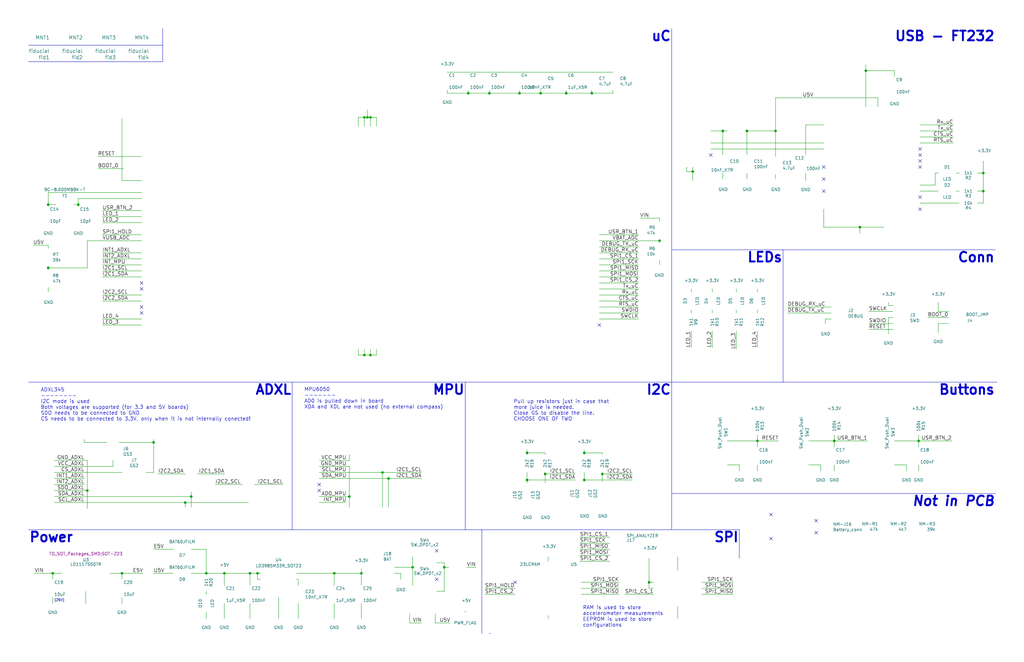
<source format=kicad_sch>
(kicad_sch (version 20230121) (generator eeschema)
  (paper "User" 431.8 279.4)
  (title_block (date "2017-08-16") (comment 1 "Fernando Cladera") (comment 2 "PCB Acelerómetro - Mat. Av."))
  (junction (at 20.32 86.36))
  (junction (at 161.29 199.39))
  (junction (at 304.8 55.245))
  (junction (at 222.25 191.135))
  (junction (at 51.435 241.935))
  (junction (at 414.655 73.025))
  (junction (at 351.79 186.055))
  (junction (at 86.995 241.935))
  (junction (at 108.585 241.935))
  (junction (at 153.67 149.86))
  (junction (at 387.35 186.055))
  (junction (at 227.965 39.37))
  (junction (at 362.585 95.885))
  (junction (at 365.125 29.845))
  (junction (at 314.96 55.245))
  (junction (at 94.615 241.935))
  (junction (at 238.76 39.37))
  (junction (at 206.375 39.37))
  (junction (at 229.87 200.025))
  (junction (at 22.225 241.935))
  (junction (at 64.77 186.69))
  (junction (at 20.32 113.03))
  (junction (at 33.02 86.36))
  (junction (at 278.13 101.6))
  (junction (at 36.83 207.01))
  (junction (at 292.1 72.39))
  (junction (at 78.105 212.09))
  (junction (at 80.645 209.55))
  (junction (at 219.075 39.37))
  (junction (at 327.025 55.245))
  (junction (at 273.685 245.745))
  (junction (at 152.4 241.935))
  (junction (at 156.21 49.53))
  (junction (at 173.99 239.395))
  (junction (at 414.655 80.645))
  (junction (at 254 200.025))
  (junction (at 154.94 49.53))
  (junction (at 105.41 241.935))
  (junction (at 197.485 39.37))
  (junction (at 222.25 202.565))
  (junction (at 246.38 202.565))
  (junction (at 140.97 241.935))
  (junction (at 187.325 239.395))
  (junction (at 319.405 186.055))
  (junction (at 249.555 39.37))
  (junction (at 156.21 149.86))
  (junction (at 163.83 201.93))
  (junction (at 147.32 209.55))
  (junction (at 153.67 49.53))
  (junction (at 246.38 191.135))
  (no_connect (at 387.985 67.945))
  (no_connect (at 59.69 119.38))
  (no_connect (at 252.73 137.16))
  (no_connect (at 59.69 121.92))
  (no_connect (at 134.62 207.01))
  (no_connect (at 184.15 244.475))
  (no_connect (at 217.17 245.745))
  (no_connect (at 387.985 88.265))
  (no_connect (at 387.985 70.485))
  (no_connect (at 325.12 227.33))
  (no_connect (at 347.345 70.485))
  (no_connect (at 325.12 217.17))
  (no_connect (at 344.17 224.79))
  (no_connect (at 344.17 219.71))
  (no_connect (at 184.15 232.41))
  (no_connect (at 299.72 65.405))
  (no_connect (at 347.345 75.565))
  (no_connect (at 347.345 80.645))
  (no_connect (at 387.985 62.865))
  (no_connect (at 387.985 83.185))
  (no_connect (at 134.62 204.47))
  (no_connect (at 59.69 132.08))
  (no_connect (at 59.69 129.54))
  (no_connect (at 387.985 65.405))
  (wire (pts (xy 78.105 200.025) (xy 66.675 200.025)))
  (wire (pts (xy 183.515 262.89) (xy 183.515 259.08)))
  (wire (pts (xy 403.225 80.645) (xy 404.495 80.645)))
  (wire (pts (xy 278.13 111.76) (xy 278.13 109.855)))
  (wire (pts (xy 395.605 140.335) (xy 395.605 136.525)))
  (wire (pts (xy 152.4 240.03) (xy 152.4 241.935)))
  (wire (pts (xy 269.24 111.76) (xy 252.73 111.76)))
  (wire (pts (xy 269.24 114.3) (xy 252.73 114.3)))
  (wire (pts (xy 154.94 49.53) (xy 154.94 46.355)))
  (wire (pts (xy 22.86 204.47) (xy 35.56 204.47)))
  (wire (pts (xy 414.655 73.025) (xy 414.655 80.645)))
  (wire (pts (xy 59.69 134.62) (xy 43.18 134.62)))
  (wire (pts (xy 289.56 70.485) (xy 289.56 72.39)))
  (wire (pts (xy 377.19 29.845) (xy 365.125 29.845)))
  (wire (pts (xy 172.72 262.89) (xy 172.72 259.08)))
  (wire (pts (xy 362.585 95.885) (xy 362.585 98.425)))
  (wire (pts (xy 22.86 201.93) (xy 35.56 201.93)))
  (wire (pts (xy 94.615 241.935) (xy 105.41 241.935)))
  (wire (pts (xy 108.585 241.935) (xy 108.585 244.475)))
  (wire (pts (xy 387.35 183.515) (xy 387.35 186.055)))
  (wire (pts (xy 400.05 131.445) (xy 395.605 131.445)))
  (wire (pts (xy 252.73 121.92) (xy 269.24 121.92)))
  (wire (pts (xy 347.345 95.885) (xy 362.585 95.885)))
  (wire (pts (xy 59.69 127) (xy 43.18 127)))
  (wire (pts (xy 229.87 200.025) (xy 242.57 200.025)))
  (wire (pts (xy 327.025 55.245) (xy 327.025 66.04)))
  (wire (pts (xy 94.615 260.985) (xy 94.615 254.635)))
  (wire (pts (xy 146.05 212.09) (xy 134.62 212.09)))
  (wire (pts (xy 319.405 132.08) (xy 319.405 130.81)))
  (wire (pts (xy 377.19 186.055) (xy 387.35 186.055)))
  (wire (pts (xy 158.75 49.53) (xy 158.75 53.34)))
  (wire (pts (xy 47.625 196.85) (xy 47.625 194.31)))
  (wire (pts (xy 51.435 241.935) (xy 60.325 241.935)))
  (wire (pts (xy 222.25 202.565) (xy 222.25 203.835)))
  (wire (pts (xy 86.995 258.445) (xy 86.995 260.985)))
  (wire (pts (xy 299.72 60.325) (xy 347.345 60.325)))
  (wire (pts (xy 20.32 112.395) (xy 20.32 113.03)))
  (wire (pts (xy 151.13 149.86) (xy 151.13 147.32)))
  (wire (pts (xy 278.13 92.075) (xy 278.13 93.345)))
  (wire (pts (xy 387.985 60.325) (xy 401.955 60.325)))
  (polyline (pts (xy 12.065 161.29) (xy 420.37 161.29)))
  (wire (pts (xy 222.25 191.135) (xy 229.87 191.135)))
  (wire (pts (xy 278.13 100.965) (xy 278.13 101.6)))
  (wire (pts (xy 161.29 213.995) (xy 161.29 199.39)))
  (wire (pts (xy 246.38 191.135) (xy 246.38 191.77)))
  (wire (pts (xy 252.73 104.14) (xy 269.24 104.14)))
  (wire (pts (xy 401.955 57.785) (xy 387.985 57.785)))
  (wire (pts (xy 414.655 67.945) (xy 414.655 73.025)))
  (wire (pts (xy 365.125 29.845) (xy 365.125 45.085)))
  (wire (pts (xy 125.095 244.475) (xy 125.73 244.475)))
  (wire (pts (xy 166.37 241.935) (xy 168.91 241.935)))
  (wire (pts (xy 252.73 106.68) (xy 269.24 106.68)))
  (wire (pts (xy 20.32 123.19) (xy 20.32 121.285)))
  (wire (pts (xy 151.13 49.53) (xy 153.67 49.53)))
  (wire (pts (xy 319.405 183.515) (xy 319.405 186.055)))
  (wire (pts (xy 22.86 207.01) (xy 36.83 207.01)))
  (wire (pts (xy 374.65 133.985) (xy 376.555 133.985)))
  (wire (pts (xy 362.585 95.885) (xy 372.745 95.885)))
  (wire (pts (xy 387.985 80.645) (xy 395.605 80.645)))
  (wire (pts (xy 152.4 241.935) (xy 152.4 247.015)))
  (wire (pts (xy 187.325 249.555) (xy 184.15 249.555)))
  (wire (pts (xy 327.025 41.275) (xy 327.025 55.245)))
  (wire (pts (xy 20.32 113.03) (xy 20.32 113.665)))
  (wire (pts (xy 376.555 131.445) (xy 366.395 131.445)))
  (wire (pts (xy 244.475 236.855) (xy 257.175 236.855)))
  (wire (pts (xy 350.52 129.54) (xy 332.105 129.54)))
  (wire (pts (xy 156.21 149.86) (xy 158.75 149.86)))
  (wire (pts (xy 188.595 30.48) (xy 258.445 30.48)))
  (wire (pts (xy 177.8 262.89) (xy 172.72 262.89)))
  (wire (pts (xy 125.73 244.475) (xy 125.73 247.015)))
  (wire (pts (xy 300.355 130.81) (xy 300.355 132.08)))
  (wire (pts (xy 295.91 248.285) (xy 309.245 248.285)))
  (wire (pts (xy 314.325 55.245) (xy 314.96 55.245)))
  (wire (pts (xy 153.67 49.53) (xy 154.94 49.53)))
  (wire (pts (xy 231.14 260.985) (xy 231.14 259.715)))
  (wire (pts (xy 387.985 52.705) (xy 401.955 52.705)))
  (wire (pts (xy 36.83 113.03) (xy 20.32 113.03)))
  (wire (pts (xy 153.67 147.32) (xy 153.67 149.86)))
  (wire (pts (xy 244.475 226.695) (xy 257.175 226.695)))
  (wire (pts (xy 311.785 198.755) (xy 311.785 196.215)))
  (wire (pts (xy 252.73 109.22) (xy 269.24 109.22)))
  (wire (pts (xy 291.465 121.92) (xy 291.465 123.19)))
  (wire (pts (xy 394.335 73.025) (xy 395.605 73.025)))
  (wire (pts (xy 339.725 76.2) (xy 339.725 73.025)))
  (wire (pts (xy 414.655 85.725) (xy 412.115 85.725)))
  (wire (pts (xy 173.99 239.395) (xy 173.99 247.015)))
  (wire (pts (xy 245.11 245.745) (xy 260.985 245.745)))
  (wire (pts (xy 387.985 78.105) (xy 394.335 78.105)))
  (wire (pts (xy 285.75 255.905) (xy 285.75 260.985)))
  (wire (pts (xy 158.75 149.86) (xy 158.75 147.32)))
  (wire (pts (xy 319.405 186.055) (xy 319.405 188.595)))
  (wire (pts (xy 94.615 200.025) (xy 83.185 200.025)))
  (wire (pts (xy 292.1 72.39) (xy 292.1 76.2)))
  (wire (pts (xy 351.79 198.755) (xy 351.79 196.215)))
  (wire (pts (xy 219.075 39.37) (xy 227.965 39.37)))
  (wire (pts (xy 222.25 191.135) (xy 222.25 191.77)))
  (wire (pts (xy 134.62 199.39) (xy 161.29 199.39)))
  (wire (pts (xy 252.73 101.6) (xy 278.13 101.6)))
  (polyline (pts (xy 123.19 161.29) (xy 123.19 223.52)))
  (wire (pts (xy 36.83 207.01) (xy 36.83 214.63)))
  (wire (pts (xy 319.405 186.055) (xy 328.295 186.055)))
  (wire (pts (xy 395.605 131.445) (xy 395.605 127.635)))
  (wire (pts (xy 134.62 209.55) (xy 147.32 209.55)))
  (wire (pts (xy 254 200.025) (xy 266.7 200.025)))
  (wire (pts (xy 22.86 212.09) (xy 78.105 212.09)))
  (wire (pts (xy 206.375 39.37) (xy 206.375 38.1)))
  (wire (pts (xy 310.515 130.81) (xy 310.515 132.08)))
  (wire (pts (xy 414.655 80.645) (xy 412.115 80.645)))
  (wire (pts (xy 304.8 55.245) (xy 306.705 55.245)))
  (wire (pts (xy 43.18 99.06) (xy 59.69 99.06)))
  (wire (pts (xy 252.73 129.54) (xy 269.24 129.54)))
  (wire (pts (xy 292.1 70.485) (xy 292.1 72.39)))
  (wire (pts (xy 291.465 132.08) (xy 291.465 130.81)))
  (wire (pts (xy 134.62 194.31) (xy 147.32 194.31)))
  (wire (pts (xy 59.69 88.9) (xy 43.18 88.9)))
  (wire (pts (xy 244.475 229.235) (xy 257.175 229.235)))
  (wire (pts (xy 59.69 111.76) (xy 43.18 111.76)))
  (wire (pts (xy 249.555 39.37) (xy 249.555 38.1)))
  (wire (pts (xy 376.555 136.525) (xy 366.395 136.525)))
  (wire (pts (xy 403.225 73.025) (xy 404.495 73.025)))
  (wire (pts (xy 187.325 239.395) (xy 187.325 249.555)))
  (wire (pts (xy 78.105 212.09) (xy 104.775 212.09)))
  (wire (pts (xy 184.15 237.49) (xy 187.325 237.49)))
  (wire (pts (xy 339.725 52.705) (xy 347.345 52.705)))
  (wire (pts (xy 90.805 204.47) (xy 102.235 204.47)))
  (wire (pts (xy 246.38 202.565) (xy 266.7 202.565)))
  (wire (pts (xy 41.275 71.12) (xy 52.07 71.12)))
  (wire (pts (xy 51.435 254.635) (xy 51.435 252.095)))
  (wire (pts (xy 36.83 101.6) (xy 36.83 113.03)))
  (wire (pts (xy 156.21 49.53) (xy 156.21 53.34)))
  (wire (pts (xy 222.25 202.565) (xy 242.57 202.565)))
  (wire (pts (xy 273.685 245.745) (xy 275.59 245.745)))
  (wire (pts (xy 370.205 45.085) (xy 370.205 41.275)))
  (wire (pts (xy 249.555 39.37) (xy 258.445 39.37)))
  (wire (pts (xy 41.275 66.04) (xy 59.69 66.04)))
  (wire (pts (xy 217.17 250.825) (xy 204.47 250.825)))
  (wire (pts (xy 51.435 76.2) (xy 59.69 76.2)))
  (wire (pts (xy 46.355 241.935) (xy 51.435 241.935)))
  (wire (pts (xy 227.965 39.37) (xy 227.965 38.1)))
  (polyline (pts (xy 68.58 12.065) (xy 68.58 26.035)))
  (wire (pts (xy 80.645 207.645) (xy 80.645 209.55)))
  (wire (pts (xy 20.32 103.505) (xy 20.32 104.775)))
  (wire (pts (xy 340.995 186.055) (xy 351.79 186.055)))
  (wire (pts (xy 387.35 198.755) (xy 387.35 196.215)))
  (wire (pts (xy 252.73 134.62) (xy 269.24 134.62)))
  (wire (pts (xy 222.25 199.39) (xy 222.25 202.565)))
  (wire (pts (xy 404.495 85.725) (xy 387.985 85.725)))
  (wire (pts (xy 105.41 241.935) (xy 105.41 247.015)))
  (wire (pts (xy 254 200.025) (xy 254 203.2)))
  (wire (pts (xy 346.075 196.215) (xy 340.995 196.215)))
  (wire (pts (xy 73.025 231.775) (xy 64.77 231.775)))
  (wire (pts (xy 140.97 241.935) (xy 140.97 247.015)))
  (polyline (pts (xy 68.58 26.035) (xy 12.065 26.035)))
  (wire (pts (xy 227.965 39.37) (xy 238.76 39.37)))
  (wire (pts (xy 94.615 241.935) (xy 94.615 247.015)))
  (wire (pts (xy 156.21 149.86) (xy 156.21 147.32)))
  (wire (pts (xy 173.99 234.95) (xy 173.99 239.395)))
  (wire (pts (xy 222.25 189.865) (xy 222.25 191.135)))
  (wire (pts (xy 258.445 39.37) (xy 258.445 38.1)))
  (wire (pts (xy 366.395 139.065) (xy 376.555 139.065)))
  (wire (pts (xy 43.18 124.46) (xy 59.69 124.46)))
  (wire (pts (xy 134.62 196.85) (xy 147.32 196.85)))
  (wire (pts (xy 22.225 254.635) (xy 22.225 252.095)))
  (wire (pts (xy 161.29 199.39) (xy 177.8 199.39)))
  (wire (pts (xy 246.38 202.565) (xy 246.38 203.2)))
  (wire (pts (xy 273.685 248.285) (xy 275.59 248.285)))
  (wire (pts (xy 35.56 186.69) (xy 45.085 186.69)))
  (wire (pts (xy 285.75 240.665) (xy 285.75 234.95)))
  (wire (pts (xy 51.435 50.165) (xy 51.435 76.2)))
  (wire (pts (xy 206.375 39.37) (xy 219.075 39.37)))
  (wire (pts (xy 278.13 101.6) (xy 278.13 102.235)))
  (wire (pts (xy 86.995 249.555) (xy 86.995 250.825)))
  (wire (pts (xy 263.525 250.825) (xy 275.59 250.825)))
  (wire (pts (xy 347.345 95.885) (xy 347.345 88.265)))
  (wire (pts (xy 64.77 185.42) (xy 64.77 186.69)))
  (wire (pts (xy 300.355 121.92) (xy 300.355 123.19)))
  (wire (pts (xy 168.91 241.935) (xy 168.91 244.475)))
  (wire (pts (xy 314.96 55.245) (xy 327.025 55.245)))
  (wire (pts (xy 245.11 248.285) (xy 260.985 248.285)))
  (wire (pts (xy 36.83 101.6) (xy 59.69 101.6)))
  (wire (pts (xy 14.605 241.935) (xy 22.225 241.935)))
  (wire (pts (xy 252.73 127) (xy 269.24 127)))
  (polyline (pts (xy 206.375 267.335) (xy 207.01 267.335)))
  (wire (pts (xy 78.105 213.995) (xy 78.105 212.09)))
  (wire (pts (xy 33.02 83.82) (xy 33.02 86.36)))
  (wire (pts (xy 43.18 114.3) (xy 59.69 114.3)))
  (polyline (pts (xy 311.785 223.52) (xy 311.785 235.585)))
  (wire (pts (xy 59.69 106.68) (xy 43.18 106.68)))
  (wire (pts (xy 59.69 91.44) (xy 43.18 91.44)))
  (wire (pts (xy 189.23 239.395) (xy 187.325 239.395)))
  (wire (pts (xy 152.4 260.985) (xy 152.4 254.635)))
  (polyline (pts (xy 283.21 105.41) (xy 419.735 105.41)))
  (wire (pts (xy 217.17 248.285) (xy 204.47 248.285)))
  (wire (pts (xy 332.105 132.08) (xy 350.52 132.08)))
  (wire (pts (xy 311.785 196.215) (xy 306.705 196.215)))
  (wire (pts (xy 387.985 55.245) (xy 401.955 55.245)))
  (wire (pts (xy 254 191.135) (xy 254 191.77)))
  (wire (pts (xy 147.32 209.55) (xy 147.32 213.995)))
  (wire (pts (xy 291.465 139.7) (xy 291.465 146.685)))
  (wire (pts (xy 153.67 49.53) (xy 153.67 53.34)))
  (wire (pts (xy 327.025 75.565) (xy 327.025 73.66)))
  (wire (pts (xy 238.76 39.37) (xy 249.555 39.37)))
  (wire (pts (xy 347.98 136.525) (xy 347.98 134.62)))
  (wire (pts (xy 64.77 199.39) (xy 61.595 199.39)))
  (wire (pts (xy 33.02 83.82) (xy 59.69 83.82)))
  (wire (pts (xy 351.79 183.515) (xy 351.79 186.055)))
  (wire (pts (xy 387.35 186.055) (xy 401.32 186.055)))
  (wire (pts (xy 163.83 201.93) (xy 177.8 201.93)))
  (wire (pts (xy 153.67 149.86) (xy 156.21 149.86)))
  (wire (pts (xy 374.65 140.97) (xy 374.65 133.985)))
  (polyline (pts (xy 203.2 223.52) (xy 203.2 267.335)))
  (wire (pts (xy 105.41 260.985) (xy 105.41 254.635)))
  (wire (pts (xy 188.595 39.37) (xy 197.485 39.37)))
  (wire (pts (xy 346.075 198.755) (xy 346.075 196.215)))
  (wire (pts (xy 59.69 93.98) (xy 43.18 93.98)))
  (wire (pts (xy 310.515 139.7) (xy 310.515 147.32)))
  (wire (pts (xy 365.125 27.305) (xy 365.125 29.845)))
  (wire (pts (xy 252.73 116.84) (xy 269.24 116.84)))
  (wire (pts (xy 23.495 86.36) (xy 20.32 86.36)))
  (wire (pts (xy 229.87 191.135) (xy 229.87 191.77)))
  (wire (pts (xy 20.32 81.28) (xy 20.32 86.36)))
  (wire (pts (xy 33.02 86.36) (xy 33.02 86.995)))
  (wire (pts (xy 314.96 75.565) (xy 314.96 73.025)))
  (wire (pts (xy 80.645 209.55) (xy 80.645 213.995)))
  (wire (pts (xy 50.165 186.69) (xy 64.77 186.69)))
  (wire (pts (xy 319.405 123.19) (xy 319.405 121.92)))
  (wire (pts (xy 134.62 201.93) (xy 163.83 201.93)))
  (wire (pts (xy 252.73 124.46) (xy 269.24 124.46)))
  (wire (pts (xy 351.79 186.055) (xy 365.76 186.055)))
  (wire (pts (xy 196.215 258.445) (xy 196.215 257.81)))
  (wire (pts (xy 64.77 241.935) (xy 73.025 241.935)))
  (wire (pts (xy 59.69 109.22) (xy 43.18 109.22)))
  (wire (pts (xy 125.095 241.935) (xy 140.97 241.935)))
  (wire (pts (xy 394.335 78.105) (xy 394.335 73.025)))
  (wire (pts (xy 117.475 260.985) (xy 117.475 252.095)))
  (wire (pts (xy 299.72 55.245) (xy 304.8 55.245)))
  (wire (pts (xy 33.02 86.36) (xy 31.115 86.36)))
  (wire (pts (xy 86.995 241.935) (xy 94.615 241.935)))
  (wire (pts (xy 246.38 191.135) (xy 254 191.135)))
  (wire (pts (xy 151.13 53.34) (xy 151.13 49.53)))
  (wire (pts (xy 370.205 41.275) (xy 327.025 41.275)))
  (wire (pts (xy 299.72 62.865) (xy 347.345 62.865)))
  (wire (pts (xy 140.97 260.985) (xy 140.97 254.635)))
  (wire (pts (xy 43.18 116.84) (xy 59.69 116.84)))
  (wire (pts (xy 125.73 260.985) (xy 125.73 254.635)))
  (wire (pts (xy 187.325 237.49) (xy 187.325 239.395)))
  (wire (pts (xy 108.585 244.475) (xy 109.855 244.475)))
  (wire (pts (xy 319.405 198.755) (xy 319.405 196.215)))
  (wire (pts (xy 269.875 92.075) (xy 278.13 92.075)))
  (wire (pts (xy 108.585 241.935) (xy 109.855 241.935)))
  (wire (pts (xy 289.56 72.39) (xy 292.1 72.39)))
  (wire (pts (xy 80.645 209.55) (xy 22.86 209.55)))
  (wire (pts (xy 377.19 196.215) (xy 382.27 196.215)))
  (wire (pts (xy 377.19 32.385) (xy 377.19 29.845)))
  (wire (pts (xy 295.91 245.745) (xy 309.245 245.745)))
  (wire (pts (xy 252.73 132.08) (xy 269.24 132.08)))
  (wire (pts (xy 245.11 250.825) (xy 260.985 250.825)))
  (wire (pts (xy 196.85 239.395) (xy 200.66 239.395)))
  (wire (pts (xy 310.515 123.19) (xy 310.515 121.92)))
  (wire (pts (xy 166.37 239.395) (xy 173.99 239.395)))
  (wire (pts (xy 244.475 231.775) (xy 257.175 231.775)))
  (wire (pts (xy 319.405 139.7) (xy 319.405 146.685)))
  (wire (pts (xy 387.35 186.055) (xy 387.35 188.595)))
  (wire (pts (xy 189.865 262.89) (xy 183.515 262.89)))
  (wire (pts (xy 244.475 234.315) (xy 257.175 234.315)))
  (wire (pts (xy 20.32 86.36) (xy 20.32 86.995)))
  (wire (pts (xy 86.995 231.775) (xy 86.995 241.935)))
  (wire (pts (xy 304.8 75.565) (xy 304.8 73.025)))
  (wire (pts (xy 64.77 186.69) (xy 64.77 199.39)))
  (polyline (pts (xy 12.065 19.05) (xy 68.58 19.05)))
  (wire (pts (xy 80.645 231.775) (xy 86.995 231.775)))
  (wire (pts (xy 20.32 81.28) (xy 59.69 81.28)))
  (wire (pts (xy 314.96 65.405) (xy 314.96 55.245)))
  (wire (pts (xy 246.38 189.865) (xy 246.38 191.135)))
  (wire (pts (xy 252.73 99.06) (xy 269.24 99.06)))
  (wire (pts (xy 246.38 199.39) (xy 246.38 202.565)))
  (wire (pts (xy 22.86 194.31) (xy 36.83 194.31)))
  (wire (pts (xy 229.87 200.025) (xy 229.87 203.835)))
  (wire (pts (xy 231.14 236.855) (xy 231.14 234.95)))
  (wire (pts (xy 374.65 128.905) (xy 374.65 127.635)))
  (wire (pts (xy 376.555 128.905) (xy 374.65 128.905)))
  (wire (pts (xy 36.83 194.31) (xy 36.83 207.01)))
  (wire (pts (xy 351.79 186.055) (xy 351.79 188.595)))
  (wire (pts (xy 395.605 136.525) (xy 400.05 136.525)))
  (wire (pts (xy 154.94 49.53) (xy 156.21 49.53)))
  (wire (pts (xy 140.97 241.935) (xy 152.4 241.935)))
  (wire (pts (xy 238.76 39.37) (xy 238.76 38.1)))
  (wire (pts (xy 188.595 39.37) (xy 188.595 38.1)))
  (wire (pts (xy 80.645 241.935) (xy 86.995 241.935)))
  (wire (pts (xy 119.38 204.47) (xy 107.315 204.47)))
  (wire (pts (xy 254 199.39) (xy 254 200.025)))
  (polyline (pts (xy 330.2 105.41) (xy 330.2 161.29)))
  (wire (pts (xy 300.355 139.7) (xy 300.355 146.685)))
  (wire (pts (xy 197.485 39.37) (xy 206.375 39.37)))
  (wire (pts (xy 400.05 133.985) (xy 391.16 133.985)))
  (wire (pts (xy 382.27 196.215) (xy 382.27 198.755)))
  (wire (pts (xy 273.685 245.745) (xy 273.685 248.285)))
  (wire (pts (xy 151.13 149.86) (xy 153.67 149.86)))
  (wire (pts (xy 22.225 241.935) (xy 26.035 241.935)))
  (wire (pts (xy 22.225 244.475) (xy 22.225 241.935)))
  (wire (pts (xy 339.725 65.405) (xy 339.725 52.705)))
  (polyline (pts (xy 283.21 12.065) (xy 283.21 223.52)))
  (wire (pts (xy 412.115 73.025) (xy 414.655 73.025)))
  (wire (pts (xy 156.21 49.53) (xy 158.75 49.53)))
  (wire (pts (xy 35.56 186.69) (xy 35.56 185.42)))
  (wire (pts (xy 147.32 196.85) (xy 147.32 209.55)))
  (polyline (pts (xy 419.735 208.28) (xy 283.21 208.28)))
  (wire (pts (xy 13.97 103.505) (xy 20.32 103.505)))
  (wire (pts (xy 252.73 119.38) (xy 269.24 119.38)))
  (wire (pts (xy 229.87 199.39) (xy 229.87 200.025)))
  (wire (pts (xy 22.86 196.85) (xy 47.625 196.85)))
  (wire (pts (xy 306.705 186.055) (xy 319.405 186.055)))
  (wire (pts (xy 273.685 235.585) (xy 273.685 245.745)))
  (wire (pts (xy 163.83 213.995) (xy 163.83 201.93)))
  (wire (pts (xy 414.655 80.645) (xy 414.655 85.725)))
  (wire (pts (xy 105.41 241.935) (xy 108.585 241.935)))
  (wire (pts (xy 347.98 134.62) (xy 350.52 134.62)))
  (wire (pts (xy 295.91 250.825) (xy 309.245 250.825)))
  (wire (pts (xy 36.195 254.635) (xy 36.195 249.555)))
  (wire (pts (xy 22.86 199.39) (xy 51.435 199.39)))
  (wire (pts (xy 147.32 194.31) (xy 147.32 191.77)))
  (polyline (pts (xy 12.065 223.52) (xy 311.785 223.52)))
  (wire (pts (xy 219.075 38.1) (xy 219.075 39.37)))
  (wire (pts (xy 197.485 39.37) (xy 197.485 38.1)))
  (wire (pts (xy 304.8 65.405) (xy 304.8 55.245)))
  (polyline (pts (xy 196.215 161.29) (xy 196.215 223.52)))
  (wire (pts (xy 59.69 137.16) (xy 43.18 137.16)))
  (wire (pts (xy 51.435 241.935) (xy 51.435 244.475)))
  (text "I2C" (at 283.21 167.005 0) (effects (font (size 4.064 4.064) (thickness 0.8128) bold) (justify right bottom)))
  (text "uC" (at 283.21 17.78 0) (effects (font (size 4.064 4.064) (thickness 0.8128) bold) (justify right bottom)))
  (text "ADXL" (at 123.19 167.005 0) (effects (font (size 4.064 4.064) (thickness 0.8128) bold) (justify right bottom)))
  (text "RAM is used to store\naccelerometer measurements\nEEPROM is used to store\nconfigurations" (at 245.745 264.795 0) (effects (font (size 1.524 1.524)) (justify left bottom)))
  (text "Power" (at 12.065 229.235 0) (effects (font (size 4.064 4.064) (thickness 0.8128) bold) (justify left bottom)))
  (text "LEDs" (at 330.2 111.125 0) (effects (font (size 4.064 4.064) (thickness 0.8128) bold) (justify right bottom)))
  (text "Pull up resistors just in case that\nmore juice is needed.\nClose GS to disable the line.\nCHOOSE ONE OF TWO" (at 216.535 177.8 0) (effects (font (size 1.524 1.524)) (justify left bottom)))
  (text "(25V)" (at 22.86 254 0) (effects (font (size 1.016 1.016)) (justify left bottom)))
  (text "ADXL345\n--------\nI2C mode is used\nBoth voltages are supported (for 3.3 and 5V boards)\nSDO needs to be connected to GND\nCS needs to be connected to 3.3V, only when it is not internally conected!" (at 17.145 177.8 0) (effects (font (size 1.524 1.524)) (justify left bottom)))
  (text "Buttons" (at 419.735 167.005 0) (effects (font (size 4.064 4.064) (thickness 0.8128) bold) (justify right bottom)))
  (text "SPI" (at 311.785 229.235 0) (effects (font (size 4.064 4.064) (thickness 0.8128) bold) (justify right bottom)))
  (text "MPU6050\n-------\nAD0 is pulled down in board\nXDA and XDL are not used (no external compass)" (at 128.27 172.72 0) (effects (font (size 1.524 1.524)) (justify left bottom)))
  (text "Not in PCB" (at 419.735 213.995 0) (effects (font (size 4.064 4.064) (thickness 0.8128) bold italic) (justify right bottom)))
  (text "USB - FT232" (at 419.735 17.78 0) (effects (font (size 4.064 4.064) (thickness 0.8128) bold) (justify right bottom)))
  (text "MPU" (at 196.215 167.005 0) (effects (font (size 4.064 4.064) (thickness 0.8128) bold) (justify right bottom)))
  (text "Conn" (at 419.735 111.125 0) (effects (font (size 4.064 4.064) (thickness 0.8128) bold) (justify right bottom)))
  (label "LED_4" (at 43.18 134.62 0) (effects (font (size 1.524 1.524))))
  (label "SPI1_SCK" (at 269.24 111.76 180) (effects (font (size 1.524 1.524))))
  (label "SPI1_CS_2" (at 204.47 250.825 0) (effects (font (size 1.524 1.524))))
  (label "E5V" (at 64.77 231.775 0) (effects (font (size 1.524 1.524))))
  (label "INT_MPU" (at 43.18 111.76 0) (effects (font (size 1.524 1.524))))
  (label "VUSB_ADC" (at 43.18 101.6 0) (effects (font (size 1.524 1.524))))
  (label "DEBUG_RX_uC" (at 269.24 106.68 180) (effects (font (size 1.524 1.524))))
  (label "SPI1_HOLD" (at 43.18 99.06 0) (effects (font (size 1.524 1.524))))
  (label "RESET" (at 366.395 139.065 0) (effects (font (size 1.524 1.524))))
  (label "I2C1_SCL" (at 43.18 114.3 0) (effects (font (size 1.524 1.524))))
  (label "LED_2" (at 300.355 146.685 90) (effects (font (size 1.524 1.524))))
  (label "SPI1_SCK" (at 260.985 245.745 180) (effects (font (size 1.524 1.524))))
  (label "I2C1_SDA" (at 43.18 116.84 0) (effects (font (size 1.524 1.524))))
  (label "SPI1_MISO" (at 260.985 250.825 180) (effects (font (size 1.524 1.524))))
  (label "I2C1_SDA" (at 242.57 202.565 180) (effects (font (size 1.524 1.524))))
  (label "U5V" (at 64.77 241.935 0) (effects (font (size 1.524 1.524))))
  (label "VIN" (at 177.8 262.89 180) (effects (font (size 1.524 1.524))))
  (label "USR_BTN_2" (at 401.32 186.055 180) (effects (font (size 1.524 1.524))))
  (label "DEBUG_TX_uC" (at 332.105 132.08 0) (effects (font (size 1.524 1.524))))
  (label "SPI1_MOSI" (at 309.245 248.285 180) (effects (font (size 1.524 1.524))))
  (label "I2C2_SDA" (at 266.7 202.565 180) (effects (font (size 1.524 1.524))))
  (label "SPI1_MOSI" (at 260.985 248.285 180) (effects (font (size 1.524 1.524))))
  (label "INT2_ADXL" (at 43.18 109.22 0) (effects (font (size 1.524 1.524))))
  (label "VCC_MPU" (at 146.05 194.31 180) (effects (font (size 1.524 1.524))))
  (label "CS_ADXL" (at 35.56 199.39 180) (effects (font (size 1.524 1.524))))
  (label "I2C1_SCL" (at 177.8 199.39 180) (effects (font (size 1.524 1.524))))
  (label "SWDIO" (at 366.395 136.525 0) (effects (font (size 1.524 1.524))))
  (label "I2C2_SDA" (at 43.18 127 0) (effects (font (size 1.524 1.524))))
  (label "INT2_ADXL" (at 35.56 204.47 180) (effects (font (size 1.524 1.524))))
  (label "Tx_uC" (at 269.24 121.92 180) (effects (font (size 1.524 1.524))))
  (label "SCL_ADXL" (at 35.56 212.09 180) (effects (font (size 1.524 1.524))))
  (label "AD0_MPU" (at 146.05 209.55 180) (effects (font (size 1.524 1.524))))
  (label "SPI1_MISO" (at 269.24 114.3 180) (effects (font (size 1.524 1.524))))
  (label "SPI1_SCK" (at 309.245 245.745 180) (effects (font (size 1.524 1.524))))
  (label "SDA_ADXL" (at 35.56 209.55 180) (effects (font (size 1.524 1.524))))
  (label "I2C1_SDA" (at 177.8 201.93 180) (effects (font (size 1.524 1.524))))
  (label "I2C2_SCL" (at 266.7 200.025 180) (effects (font (size 1.524 1.524))))
  (label "RESET" (at 41.275 66.04 0) (effects (font (size 1.524 1.524))))
  (label "SDA_MPU" (at 146.05 201.93 180) (effects (font (size 1.524 1.524))))
  (label "I2C2_SCL" (at 90.805 204.47 0) (effects (font (size 1.524 1.524))))
  (label "SPI1_SCK" (at 244.475 229.235 0) (effects (font (size 1.524 1.524))))
  (label "SPI1_CS_1" (at 244.475 226.695 0) (effects (font (size 1.524 1.524))))
  (label "SPI1_HOLD" (at 204.47 248.285 0) (effects (font (size 1.524 1.524))))
  (label "RTS_uC" (at 401.955 60.325 180) (effects (font (size 1.524 1.524))))
  (label "INT_MPU" (at 146.05 212.09 180) (effects (font (size 1.524 1.524))))
  (label "DEBUG_TX_uC" (at 269.24 104.14 180) (effects (font (size 1.524 1.524))))
  (label "RESET" (at 328.295 186.055 180) (effects (font (size 1.524 1.524))))
  (label "U5V" (at 13.97 103.505 0) (effects (font (size 1.524 1.524))))
  (label "SWCLK" (at 269.24 134.62 180) (effects (font (size 1.524 1.524))))
  (label "VCC_ADXL" (at 35.56 196.85 180) (effects (font (size 1.524 1.524))))
  (label "SWDIO" (at 269.24 132.08 180) (effects (font (size 1.524 1.524))))
  (label "I2C2_SCL" (at 43.18 124.46 0) (effects (font (size 1.524 1.524))))
  (label "LED_3" (at 310.515 147.32 90) (effects (font (size 1.524 1.524))))
  (label "LED_4" (at 319.405 146.685 90) (effects (font (size 1.524 1.524))))
  (label "SCL_MPU" (at 146.05 199.39 180) (effects (font (size 1.524 1.524))))
  (label "VIN" (at 269.875 92.075 0) (effects (font (size 1.524 1.524))))
  (label "GND_ADXL" (at 35.56 194.31 180) (effects (font (size 1.524 1.524))))
  (label "I2C2_SDA" (at 66.675 200.025 0) (effects (font (size 1.524 1.524))))
  (label "SWCLK" (at 366.395 131.445 0) (effects (font (size 1.524 1.524))))
  (label "CTS_uC" (at 401.955 57.785 180) (effects (font (size 1.524 1.524))))
  (label "LED_1" (at 43.18 91.44 0) (effects (font (size 1.524 1.524))))
  (label "GND_MPU" (at 146.05 196.85 180) (effects (font (size 1.524 1.524))))
  (label "SPI1_MISO" (at 244.475 231.775 0) (effects (font (size 1.524 1.524))))
  (label "RTS_uC" (at 269.24 129.54 180) (effects (font (size 1.524 1.524))))
  (label "SPI1_CS_2" (at 244.475 236.855 0) (effects (font (size 1.524 1.524))))
  (label "SDO_ADXL" (at 35.56 207.01 180) (effects (font (size 1.524 1.524))))
  (label "USR_BTN_1" (at 365.76 186.055 180) (effects (font (size 1.524 1.524))))
  (label "LED_3" (at 43.18 137.16 0) (effects (font (size 1.524 1.524))))
  (label "VIN" (at 200.66 239.395 180) (effects (font (size 1.524 1.524))))
  (label "Tx_uC" (at 401.955 55.245 180) (effects (font (size 1.524 1.524))))
  (label "SPI1_MOSI" (at 244.475 234.315 0) (effects (font (size 1.524 1.524))))
  (label "CTS_uC" (at 269.24 127 180) (effects (font (size 1.524 1.524))))
  (label "LED_2" (at 43.18 93.98 0) (effects (font (size 1.524 1.524))))
  (label "SPI1_MISO" (at 309.245 250.825 180) (effects (font (size 1.524 1.524))))
  (label "USR_BTN_1" (at 269.24 99.06 180) (effects (font (size 1.524 1.524))))
  (label "LED_1" (at 291.465 146.685 90) (effects (font (size 1.524 1.524))))
  (label "U5V" (at 338.455 41.275 0) (effects (font (size 1.524 1.524))))
  (label "I2C1_SCL" (at 119.38 204.47 180) (effects (font (size 1.524 1.524))))
  (label "BOOT_0" (at 391.16 133.985 0) (effects (font (size 1.524 1.524))))
  (label "BOOT_0" (at 41.275 71.12 0) (effects (font (size 1.524 1.524))))
  (label "Rx_uC" (at 269.24 124.46 180) (effects (font (size 1.524 1.524))))
  (label "INT1_ADXL" (at 43.18 106.68 0) (effects (font (size 1.524 1.524))))
  (label "SPI1_CS_1" (at 263.525 250.825 0) (effects (font (size 1.524 1.524))))
  (label "SPI1_CS_2" (at 269.24 119.38 180) (effects (font (size 1.524 1.524))))
  (label "SPI1_CS_1" (at 269.24 109.22 180) (effects (font (size 1.524 1.524))))
  (label "E5V" (at 60.325 241.935 180) (effects (font (size 1.524 1.524))))
  (label "USR_BTN_2" (at 43.18 88.9 0) (effects (font (size 1.524 1.524))))
  (label "Rx_uC" (at 401.955 52.705 180) (effects (font (size 1.524 1.524))))
  (label "U5V" (at 189.865 262.89 180) (effects (font (size 1.524 1.524))))
  (label "I2C1_SCL" (at 242.57 200.025 180) (effects (font (size 1.524 1.524))))
  (label "VBAT_ADC" (at 269.24 101.6 180) (effects (font (size 1.524 1.524))))
  (label "VIN" (at 14.605 241.935 0) (effects (font (size 1.524 1.524))))
  (label "INT1_ADXL" (at 35.56 201.93 180) (effects (font (size 1.524 1.524))))
  (label "SPI1_MOSI" (at 269.24 116.84 180) (effects (font (size 1.524 1.524))))
  (label "DEBUG_RX_uC" (at 332.105 129.54 0) (effects (font (size 1.524 1.524))))
  (label "I2C1_SDA" (at 94.615 200.025 180) (effects (font (size 1.524 1.524))))
  (symbol (lib_id "FT232RL") (at 367.665 70.485 0) (unit 1)
    (property "Reference" "U1" (at 351.155 47.625 0) (effects (justify left)))
    (property "Value" "FT232RL" (at 377.825 47.625 0) (effects (justify left)))
    (property "Footprint" "Housings_SSOP:SSOP-28_5.3x10.2mm_Pitch0.65mm" (effects hide))
    (property "manf#" "FT232RL" (effects hide))
    (property "digikey#" "768-1007-6-ND" (effects hide))
  )
  (symbol (lib_id "GND") (at 362.585 98.425 0) (unit 1)
    (property "Reference" "#PWR015" (effects hide))
    (property "Value" "GND" (at 362.585 102.235 0))
  )
  (symbol (lib_id "GND") (at 292.1 76.2 0) (unit 1)
    (property "Reference" "#PWR011" (effects hide))
    (property "Value" "GND" (at 292.1 80.01 0))
  )
  (symbol (lib_id "C") (at 377.19 36.195 0) (unit 1)
    (property "Reference" "C9" (at 377.825 33.655 0) (effects (justify left)))
    (property "Value" "100nF" (at 377.825 38.735 0) (effects (justify left)))
    (property "Footprint" "Capacitors_SMD:C_0603_HandSoldering" (effects hide))
    (property "manf#" "CC0603ZRY5V9BB104" (effects hide))
  )
  (symbol (lib_id "GND") (at 377.19 40.005 0) (unit 1)
    (property "Reference" "#PWR04" (effects hide))
    (property "Value" "GND" (at 377.19 43.815 0))
  )
  (symbol (lib_id "LED") (at 399.415 73.025 0) (unit 1)
    (property "Reference" "D1" (at 399.415 70.485 0))
    (property "Value" "LED" (at 399.415 75.565 0))
    (property "Footprint" "LEDs:LED_0603_HandSoldering" (effects hide))
    (property "manf#" "160-1448-1-ND" (effects hide))
  )
  (symbol (lib_id "LED") (at 399.415 80.645 0) (unit 1)
    (property "Reference" "D2" (at 399.415 78.105 0))
    (property "Value" "LED" (at 399.415 83.185 0))
    (property "Footprint" "LEDs:LED_0603_HandSoldering" (effects hide))
    (property "manf#" "160-1448-1-ND" (effects hide))
  )
  (symbol (lib_id "C") (at 339.725 69.215 0) (mirror y) (unit 1)
    (property "Reference" "C12" (at 339.09 66.675 0) (effects (justify left)))
    (property "Value" "100nF" (at 346.075 71.12 0) (effects (justify left)))
    (property "Footprint" "Capacitors_SMD:C_0603_HandSoldering" (effects hide))
    (property "manf#" "CC0603ZRY5V9BB104" (effects hide))
  )
  (symbol (lib_id "GND") (at 339.725 76.2 0) (mirror y) (unit 1)
    (property "Reference" "#PWR012" (effects hide))
    (property "Value" "GND" (at 339.725 80.01 0))
  )
  (symbol (lib_id "R") (at 408.305 73.025 270) (unit 1)
    (property "Reference" "R2" (at 408.305 75.057 90))
    (property "Value" "1k1" (at 408.305 73.025 90))
    (property "Footprint" "Resistors_SMD:R_0603_HandSoldering" (effects hide))
    (property "manf#" "RC0603JR-071K1L" (effects hide))
  )
  (symbol (lib_id "R") (at 408.305 80.645 270) (unit 1)
    (property "Reference" "R3" (at 408.305 82.677 90))
    (property "Value" "1k1" (at 408.305 80.645 90))
    (property "Footprint" "Resistors_SMD:R_0603_HandSoldering" (effects hide))
    (property "manf#" "RC0603JR-071K1L" (effects hide))
  )
  (symbol (lib_id "CONN_01X08") (at 129.54 203.2 0) (mirror y) (unit 1)
    (property "Reference" "P2" (at 129.54 191.77 0))
    (property "Value" "MPU_6050" (at 127 203.2 90))
    (property "Footprint" "Socket_Strips:Socket_Strip_Straight_1x08_Pitch2.54mm" (effects hide))
    (property "DNP" "Use ADXL345 pin strip" (effects hide))
  )
  (symbol (lib_id "+5V") (at 147.32 191.77 0) (unit 1)
    (property "Reference" "#PWR035" (effects hide))
    (property "Value" "+5V" (at 147.32 188.214 0))
  )
  (symbol (lib_id "GND") (at 147.32 213.995 0) (unit 1)
    (property "Reference" "#PWR044" (effects hide))
    (property "Value" "GND" (at 147.32 217.805 0))
  )
  (symbol (lib_id "CONN_01X08") (at 17.78 203.2 0) (mirror y) (unit 1)
    (property "Reference" "P1" (at 17.78 191.77 0))
    (property "Value" "ADXL345" (at 15.24 203.2 90))
    (property "Footprint" "Socket_Strips:Socket_Strip_Straight_1x08_Pitch2.54mm" (effects hide))
    (property "manf#" "68000-236HLF" (effects hide))
  )
  (symbol (lib_id "GND") (at 36.83 214.63 0) (unit 1)
    (property "Reference" "#PWR047" (effects hide))
    (property "Value" "GND" (at 36.83 218.44 0))
  )
  (symbol (lib_id "+3.3V") (at 64.77 185.42 0) (unit 1)
    (property "Reference" "#PWR032" (effects hide))
    (property "Value" "+3.3V" (at 64.77 181.864 0))
  )
  (symbol (lib_id "C") (at 319.405 192.405 0) (unit 1)
    (property "Reference" "C16" (at 320.04 189.865 0) (effects (justify left)))
    (property "Value" "100nF" (at 320.04 194.945 0) (effects (justify left)))
    (property "Footprint" "Capacitors_SMD:C_0603_HandSoldering" (effects hide))
    (property "manf#" "CC0603ZRY5V9BB104" (effects hide))
  )
  (symbol (lib_id "GND") (at 319.405 198.755 0) (unit 1)
    (property "Reference" "#PWR037" (effects hide))
    (property "Value" "GND" (at 319.405 202.565 0))
  )
  (symbol (lib_id "C") (at 51.435 248.285 0) (unit 1)
    (property "Reference" "C20" (at 52.07 245.745 0) (effects (justify left)))
    (property "Value" "10uF" (at 52.07 250.825 0) (effects (justify left)))
    (property "Footprint" "Capacitors_SMD:C_0805_HandSoldering" (effects hide))
    (property "manf#" "GRM188R61E106MA73D" (effects hide))
  )
  (symbol (lib_id "C") (at 105.41 250.825 0) (unit 1)
    (property "Reference" "C22" (at 106.045 248.285 0) (effects (justify left)))
    (property "Value" "100nF" (at 106.045 253.365 0) (effects (justify left)))
    (property "Footprint" "Capacitors_SMD:C_0603_HandSoldering" (effects hide))
    (property "manf#" "CC0603ZRY5V9BB104" (effects hide))
  )
  (symbol (lib_id "GND") (at 105.41 260.985 0) (unit 1)
    (property "Reference" "#PWR060" (effects hide))
    (property "Value" "GND" (at 105.41 264.795 0))
  )
  (symbol (lib_id "D_Schottky") (at 76.835 231.775 180) (unit 1)
    (property "Reference" "D7" (at 76.835 234.315 0))
    (property "Value" "BAT60JFILM" (at 76.835 228.6 0))
    (property "Footprint" "Diodes_SMD:D_SOD-323_HandSoldering" (effects hide))
    (property "manf#" "BAT60JFILM" (effects hide))
  )
  (symbol (lib_id "D_Schottky") (at 76.835 241.935 180) (unit 1)
    (property "Reference" "D9" (at 76.835 244.475 0))
    (property "Value" "BAT60JFILM" (at 76.835 239.395 0))
    (property "Footprint" "Diodes_SMD:D_SOD-323_HandSoldering" (effects hide))
    (property "manf#" "BAT60JFILM" (effects hide))
  )
  (symbol (lib_id "+3.3V") (at 222.25 189.865 0) (mirror y) (unit 1)
    (property "Reference" "#PWR033" (effects hide))
    (property "Value" "+3.3V" (at 222.25 186.309 0))
  )
  (symbol (lib_id "R") (at 229.87 195.58 0) (mirror x) (unit 1)
    (property "Reference" "R17" (at 231.902 195.58 90))
    (property "Value" "2k2" (at 229.87 195.58 90))
    (property "Footprint" "Resistors_SMD:R_0603_HandSoldering" (effects hide))
    (property "manf#" "RC0603FR-072K2L" (effects hide))
  )
  (symbol (lib_id "R") (at 222.25 195.58 0) (mirror x) (unit 1)
    (property "Reference" "R16" (at 224.282 195.58 90))
    (property "Value" "2k2" (at 222.25 195.58 90))
    (property "Footprint" "Resistors_SMD:R_0603_HandSoldering" (effects hide))
    (property "manf#" "RC0603FR-072K2L" (effects hide))
  )
  (symbol (lib_id "LED") (at 86.995 254.635 90) (unit 1)
    (property "Reference" "D10" (at 84.455 254.635 0))
    (property "Value" "LED" (at 89.535 254.635 0))
    (property "Footprint" "LEDs:LED_0805_HandSoldering" (effects hide))
    (property "manf#" "LTST-C171KRKT" (effects hide))
  )
  (symbol (lib_id "R") (at 86.995 245.745 0) (unit 1)
    (property "Reference" "R20" (at 89.027 245.745 90))
    (property "Value" "1k1" (at 86.995 245.745 90))
    (property "Footprint" "Resistors_SMD:R_0603_HandSoldering" (effects hide))
    (property "manf#" "RC0603JR-071K1L" (effects hide))
  )
  (symbol (lib_id "GND") (at 86.995 260.985 0) (unit 1)
    (property "Reference" "#PWR058" (effects hide))
    (property "Value" "GND" (at 86.995 264.795 0))
  )
  (symbol (lib_id "+3.3V") (at 152.4 240.03 0) (unit 1)
    (property "Reference" "#PWR051" (effects hide))
    (property "Value" "+3.3V" (at 152.4 236.474 0))
  )
  (symbol (lib_id "LD1117S50TR") (at 36.195 243.205 0) (unit 1)
    (property "Reference" "U3" (at 36.195 236.22 0))
    (property "Value" "LD1117S50TR" (at 36.195 238.125 0))
    (property "Footprint" "TO_SOT_Packages_SMD:SOT-223" (at 36.195 233.68 0))
    (property "manf#" "LD1117S50TR" (effects hide))
  )
  (symbol (lib_id "C") (at 152.4 250.825 0) (unit 1)
    (property "Reference" "C25" (at 153.035 248.285 0) (effects (justify left)))
    (property "Value" "100nF" (at 153.035 253.365 0) (effects (justify left)))
    (property "Footprint" "Capacitors_SMD:C_0603_HandSoldering" (effects hide))
    (property "manf#" "CC0603ZRY5V9BB104" (effects hide))
  )
  (symbol (lib_id "+5V") (at 94.615 241.935 0) (unit 1)
    (property "Reference" "#PWR052" (effects hide))
    (property "Value" "+5V" (at 94.615 238.379 0))
  )
  (symbol (lib_id "C") (at 22.225 248.285 0) (unit 1)
    (property "Reference" "C19" (at 22.86 245.745 0) (effects (justify left)))
    (property "Value" "10uF" (at 22.86 250.825 0) (effects (justify left)))
    (property "Footprint" "Capacitors_SMD:C_0805_HandSoldering" (effects hide))
    (property "manf#" "GRM188R61E106MA73D" (effects hide))
  )
  (symbol (lib_id "GND") (at 22.225 254.635 0) (unit 1)
    (property "Reference" "#PWR054" (effects hide))
    (property "Value" "GND" (at 22.225 258.445 0))
  )
  (symbol (lib_id "C") (at 94.615 250.825 0) (unit 1)
    (property "Reference" "C21" (at 95.25 248.285 0) (effects (justify left)))
    (property "Value" "1uF_X5R" (at 95.25 253.365 0) (effects (justify left)))
    (property "Footprint" "Capacitors_SMD:C_0603_HandSoldering" (effects hide))
    (property "manf#" "C0603C105K8PACTU" (effects hide))
  )
  (symbol (lib_id "C") (at 188.595 34.29 0) (unit 1)
    (property "Reference" "C1" (at 189.23 31.75 0) (effects (justify left)))
    (property "Value" "100nF" (at 189.23 36.83 0) (effects (justify left)))
    (property "Footprint" "Capacitors_SMD:C_0603_HandSoldering" (effects hide))
    (property "manf#" "CC0603ZRY5V9BB104" (effects hide))
  )
  (symbol (lib_id "C") (at 197.485 34.29 0) (unit 1)
    (property "Reference" "C2" (at 198.12 31.75 0) (effects (justify left)))
    (property "Value" "100nF" (at 198.12 36.83 0) (effects (justify left)))
    (property "Footprint" "Capacitors_SMD:C_0603_HandSoldering" (effects hide))
    (property "manf#" "CC0603ZRY5V9BB104" (effects hide))
  )
  (symbol (lib_id "+3.3V") (at 188.595 30.48 0) (unit 1)
    (property "Reference" "#PWR02" (effects hide))
    (property "Value" "+3.3V" (at 188.595 26.924 0))
  )
  (symbol (lib_id "GND") (at 188.595 39.37 0) (unit 1)
    (property "Reference" "#PWR03" (effects hide))
    (property "Value" "GND" (at 188.595 43.18 0))
  )
  (symbol (lib_id "GND") (at 374.65 140.97 0) (unit 1)
    (property "Reference" "#PWR026" (effects hide))
    (property "Value" "GND" (at 374.65 144.78 0))
  )
  (symbol (lib_id "+3.3V") (at 374.65 127.635 0) (unit 1)
    (property "Reference" "#PWR022" (effects hide))
    (property "Value" "+3.3V" (at 374.65 124.079 0))
  )
  (symbol (lib_id "GND") (at 395.605 140.335 0) (unit 1)
    (property "Reference" "#PWR025" (effects hide))
    (property "Value" "GND" (at 395.605 144.145 0))
  )
  (symbol (lib_id "+3.3V") (at 395.605 127.635 0) (unit 1)
    (property "Reference" "#PWR023" (effects hide))
    (property "Value" "+3.3V" (at 395.605 124.079 0))
  )
  (symbol (lib_id "Crystal") (at 27.305 86.36 0) (unit 1)
    (property "Reference" "Y1" (at 27.305 82.55 0))
    (property "Value" "9C-8.000MBBK-T" (at 27.305 80.01 0))
    (property "Footprint" "Crystals:Crystal_SMD_HC49-SD_HandSoldering" (effects hide))
    (property "manf#" "9C-8.000MBBK-T" (effects hide))
  )
  (symbol (lib_id "C") (at 20.32 90.805 0) (unit 1)
    (property "Reference" "C14" (at 20.955 88.265 0) (effects (justify left)))
    (property "Value" "10pF" (at 20.955 93.345 0) (effects (justify left)))
    (property "Footprint" "Capacitors_SMD:C_0603_HandSoldering" (effects hide))
    (property "manf#" "251R14S100JV4T" (effects hide))
  )
  (symbol (lib_id "C") (at 33.02 90.805 0) (unit 1)
    (property "Reference" "C15" (at 33.655 88.265 0) (effects (justify left)))
    (property "Value" "10pF" (at 33.655 93.345 0) (effects (justify left)))
    (property "Footprint" "Capacitors_SMD:C_0603_HandSoldering" (effects hide))
    (property "manf#" "251R14S100JV4T" (effects hide))
  )
  (symbol (lib_id "GND") (at 20.32 94.615 0) (unit 1)
    (property "Reference" "#PWR013" (effects hide))
    (property "Value" "GND" (at 20.32 98.425 0))
  )
  (symbol (lib_id "GND") (at 33.02 94.615 0) (unit 1)
    (property "Reference" "#PWR014" (effects hide))
    (property "Value" "GND" (at 33.02 98.425 0))
  )
  (symbol (lib_id "R") (at 55.88 71.12 270) (unit 1)
    (property "Reference" "R1" (at 55.88 73.152 90))
    (property "Value" "10k" (at 55.88 71.12 90))
    (property "Footprint" "Resistors_SMD:R_0603_HandSoldering" (effects hide))
    (property "manf#" "RC0603JR-0710KL" (effects hide))
  )
  (symbol (lib_id "R") (at 319.405 179.705 0) (unit 1)
    (property "Reference" "R13" (at 321.437 179.705 90))
    (property "Value" "100k" (at 319.405 179.705 90))
    (property "Footprint" "Resistors_SMD:R_0603_HandSoldering" (effects hide))
    (property "manf#" "RC0603JR-07100KL" (effects hide))
  )
  (symbol (lib_id "+3.3V") (at 319.405 175.895 0) (unit 1)
    (property "Reference" "#PWR028" (effects hide))
    (property "Value" "+3.3V" (at 319.405 172.339 0))
  )
  (symbol (lib_id "GND") (at 311.785 198.755 0) (unit 1)
    (property "Reference" "#PWR036" (effects hide))
    (property "Value" "GND" (at 311.785 202.565 0))
  )
  (symbol (lib_id "LED") (at 291.465 127 90) (unit 1)
    (property "Reference" "D3" (at 288.925 127 0))
    (property "Value" "LED" (at 294.005 127 0))
    (property "Footprint" "LEDs:LED_0805_HandSoldering" (effects hide))
    (property "manf#" "LTST-C171GKT" (effects hide))
  )
  (symbol (lib_id "+3.3V") (at 291.465 121.92 0) (unit 1)
    (property "Reference" "#PWR017" (effects hide))
    (property "Value" "+3.3V" (at 291.465 118.364 0))
  )
  (symbol (lib_id "R") (at 291.465 135.89 0) (unit 1)
    (property "Reference" "R9" (at 293.497 135.89 90))
    (property "Value" "1k1" (at 291.465 135.89 90))
    (property "Footprint" "Resistors_SMD:R_0603_HandSoldering" (effects hide))
    (property "manf#" "RC0603JR-071K1L" (effects hide))
  )
  (symbol (lib_id "LED") (at 300.355 127 90) (unit 1)
    (property "Reference" "D4" (at 297.815 127 0))
    (property "Value" "LED" (at 302.895 127 0))
    (property "Footprint" "LEDs:LED_0805_HandSoldering" (effects hide))
    (property "manf#" "LTST-C171GKT" (effects hide))
  )
  (symbol (lib_id "+3.3V") (at 300.355 121.92 0) (unit 1)
    (property "Reference" "#PWR018" (effects hide))
    (property "Value" "+3.3V" (at 300.355 118.364 0))
  )
  (symbol (lib_id "R") (at 300.355 135.89 0) (unit 1)
    (property "Reference" "R10" (at 302.387 135.89 90))
    (property "Value" "1k1" (at 300.355 135.89 90))
    (property "Footprint" "Resistors_SMD:R_0603_HandSoldering" (effects hide))
    (property "manf#" "RC0603JR-071K1L" (effects hide))
  )
  (symbol (lib_id "LED") (at 310.515 127 90) (unit 1)
    (property "Reference" "D5" (at 307.975 127 0))
    (property "Value" "LED" (at 313.055 127 0))
    (property "Footprint" "LEDs:LED_0805_HandSoldering" (effects hide))
    (property "manf#" "LTST-C171GKT" (effects hide))
  )
  (symbol (lib_id "+3.3V") (at 310.515 121.92 0) (unit 1)
    (property "Reference" "#PWR019" (effects hide))
    (property "Value" "+3.3V" (at 310.515 118.364 0))
  )
  (symbol (lib_id "R") (at 310.515 135.89 0) (unit 1)
    (property "Reference" "R11" (at 312.547 135.89 90))
    (property "Value" "1k1" (at 310.515 135.89 90))
    (property "Footprint" "Resistors_SMD:R_0603_HandSoldering" (effects hide))
    (property "manf#" "RC0603JR-071K1L" (effects hide))
  )
  (symbol (lib_id "LED") (at 319.405 127 90) (unit 1)
    (property "Reference" "D6" (at 316.865 127 0))
    (property "Value" "LED" (at 321.945 127 0))
    (property "Footprint" "LEDs:LED_0805_HandSoldering" (effects hide))
    (property "manf#" "LTST-C171GKT" (effects hide))
  )
  (symbol (lib_id "+3.3V") (at 319.405 121.92 0) (unit 1)
    (property "Reference" "#PWR020" (effects hide))
    (property "Value" "+3.3V" (at 319.405 118.364 0))
  )
  (symbol (lib_id "R") (at 319.405 135.89 0) (unit 1)
    (property "Reference" "R12" (at 321.437 135.89 90))
    (property "Value" "1k1" (at 319.405 135.89 90))
    (property "Footprint" "Resistors_SMD:R_0603_HandSoldering" (effects hide))
    (property "manf#" "RC0603JR-071K1L" (effects hide))
  )
  (symbol (lib_id "+3.3V") (at 154.94 46.355 0) (unit 1)
    (property "Reference" "#PWR05" (effects hide))
    (property "Value" "+3.3V" (at 155.321 41.9608 0))
  )
  (symbol (lib_id "+3.3V") (at 51.435 50.165 0) (unit 1)
    (property "Reference" "#PWR06" (effects hide))
    (property "Value" "+3.3V" (at 51.816 45.7708 0))
  )
  (symbol (lib_id "GND") (at 154.94 149.86 0) (unit 1)
    (property "Reference" "#PWR027" (effects hide))
    (property "Value" "GND" (at 155.067 154.2542 0))
  )
  (symbol (lib_id "R") (at 254 195.58 0) (mirror x) (unit 1)
    (property "Reference" "R19" (at 256.032 195.58 90))
    (property "Value" "2k2" (at 254 195.58 90))
    (property "Footprint" "Resistors_SMD:R_0603_HandSoldering" (effects hide))
    (property "manf#" "RC0603FR-072K2L" (effects hide))
  )
  (symbol (lib_id "R") (at 246.38 195.58 0) (mirror x) (unit 1)
    (property "Reference" "R18" (at 248.412 195.58 90))
    (property "Value" "2k2" (at 246.38 195.58 90))
    (property "Footprint" "Resistors_SMD:R_0603_HandSoldering" (effects hide))
    (property "manf#" "RC0603FR-072K2L" (effects hide))
  )
  (symbol (lib_id "+3.3V") (at 246.38 189.865 0) (mirror y) (unit 1)
    (property "Reference" "#PWR034" (effects hide))
    (property "Value" "+3.3V" (at 246.38 186.309 0))
  )
  (symbol (lib_id "23LCRAM") (at 231.14 248.285 0) (unit 1)
    (property "Reference" "U5" (at 241.935 238.125 0))
    (property "Value" "23LCRAM" (at 223.52 238.125 0))
    (property "Footprint" "Housings_SOIC:SOIC-8_3.9x4.9mm_Pitch1.27mm" (effects hide))
    (property "manf#" "23LC1024-I/SN" (effects hide))
  )
  (symbol (lib_id "+3.3V") (at 231.14 234.95 0) (unit 1)
    (property "Reference" "#PWR048" (effects hide))
    (property "Value" "+3.3V" (at 231.521 230.5558 0))
  )
  (symbol (lib_id "GND") (at 231.14 260.985 0) (unit 1)
    (property "Reference" "#PWR065" (effects hide))
    (property "Value" "GND" (at 231.267 265.3792 0))
  )
  (symbol (lib_id "+5V") (at 35.56 185.42 0) (unit 1)
    (property "Reference" "#PWR031" (effects hide))
    (property "Value" "+5V" (at 35.941 181.0258 0))
  )
  (symbol (lib_id "Ferrite_Bead") (at 310.515 55.245 270) (unit 1)
    (property "Reference" "L1" (at 310.515 48.895 90))
    (property "Value" "MI0805K400R-10" (at 310.515 50.8 90))
    (property "Footprint" "Inductors_SMD:L_0805_HandSoldering" (effects hide))
    (property "manf#" "MI0805K400R-10" (effects hide))
  )
  (symbol (lib_id "GND") (at 304.8 75.565 0) (unit 1)
    (property "Reference" "#PWR08" (effects hide))
    (property "Value" "GND" (at 304.927 79.9592 0))
  )
  (symbol (lib_id "C") (at 314.96 69.215 0) (unit 1)
    (property "Reference" "C11" (at 317.881 68.0466 0) (effects (justify left)))
    (property "Value" "100nF" (at 317.881 70.358 0) (effects (justify left)))
    (property "Footprint" "Capacitors_SMD:C_0603_HandSoldering" (effects hide))
    (property "manf#" "CC0603ZRY5V9BB104" (effects hide))
  )
  (symbol (lib_id "GND") (at 314.96 75.565 0) (unit 1)
    (property "Reference" "#PWR09" (effects hide))
    (property "Value" "GND" (at 315.087 79.9592 0))
  )
  (symbol (lib_id "C") (at 327.025 69.85 0) (unit 1)
    (property "Reference" "C13" (at 329.946 68.6816 0) (effects (justify left)))
    (property "Value" "4.7uF" (at 329.946 70.993 0) (effects (justify left)))
    (property "Footprint" "Capacitors_SMD:C_0603_HandSoldering" (effects hide))
    (property "manf#" "CL10B475KQ8NQNC" (effects hide))
  )
  (symbol (lib_id "GND") (at 327.025 75.565 0) (unit 1)
    (property "Reference" "#PWR010" (effects hide))
    (property "Value" "GND" (at 327.152 79.9592 0))
  )
  (symbol (lib_id "+3.3V") (at 365.125 27.305 0) (unit 1)
    (property "Reference" "#PWR01" (effects hide))
    (property "Value" "+3.3V" (at 365.506 22.9108 0))
  )
  (symbol (lib_id "+3.3V") (at 414.655 67.945 0) (unit 1)
    (property "Reference" "#PWR07" (effects hide))
    (property "Value" "+3.3V" (at 415.036 63.5508 0))
  )
  (symbol (lib_id "MountHole") (at 65.405 15.875 0) (mirror y) (unit 1)
    (property "Reference" "MNT4" (at 62.8904 15.875 0) (effects (font (size 1.4986 1.4986)) (justify left)))
    (property "Value" "MountHole" (effects hide))
    (property "Footprint" "Mounting_Holes:MountingHole_2.2mm_M2_Pad" (effects hide))
    (property "DNP" "1" (effects hide))
  )
  (symbol (lib_id "MountHole") (at 51.435 15.875 0) (mirror y) (unit 1)
    (property "Reference" "MNT3" (at 48.9204 15.875 0) (effects (font (size 1.4986 1.4986)) (justify left)))
    (property "Value" "MountHole" (effects hide))
    (property "Footprint" "Mounting_Holes:MountingHole_2.2mm_M2_Pad" (effects hide))
    (property "DNP" "1" (effects hide))
  )
  (symbol (lib_id "MountHole") (at 37.465 15.875 0) (mirror y) (unit 1)
    (property "Reference" "MNT2" (at 34.9504 15.875 0) (effects (font (size 1.4986 1.4986)) (justify left)))
    (property "Value" "MountHole" (effects hide))
    (property "Footprint" "Mounting_Holes:MountingHole_2.2mm_M2_Pad" (effects hide))
    (property "DNP" "1" (effects hide))
  )
  (symbol (lib_id "MountHole") (at 23.495 15.875 0) (mirror y) (unit 1)
    (property "Reference" "MNT1" (at 20.9804 15.875 0) (effects (font (size 1.4986 1.4986)) (justify left)))
    (property "Value" "MountHole" (effects hide))
    (property "Footprint" "Mounting_Holes:MountingHole_2.2mm_M2_Pad" (effects hide))
    (property "DNP" "1" (effects hide))
  )
  (symbol (lib_id "CONN_01X03") (at 405.13 133.985 0) (unit 1)
    (property "Reference" "J4" (at 408.94 135.255 0))
    (property "Value" "BOOT_JMP" (at 412.115 132.715 0))
    (property "Footprint" "Pin_Headers:Pin_Header_Straight_1x03_Pitch2.54mm" (effects hide))
    (property "DNP" "Use ADXL345 pin strip" (effects hide))
  )
  (symbol (lib_id "SW_DPDT_x2") (at 179.07 247.015 0) (unit 2)
    (property "Reference" "SW4" (at 179.07 240.03 0))
    (property "Value" "SW_DPDT_x2" (at 180.34 241.935 0))
    (property "Footprint" "TOROID:Pushbutton-MHPS2283-DPDT" (effects hide))
  )
  (symbol (lib_id "SW_DPDT_x2") (at 179.07 234.95 0) (unit 1)
    (property "Reference" "SW4" (at 179.07 227.965 0))
    (property "Value" "SW_DPDT_x2" (at 179.07 229.87 0))
    (property "Footprint" "TOROID:Pushbutton-MHPS2283-DPDT" (effects hide))
    (property "manf#" "MHPS2283" (effects hide))
  )
  (symbol (lib_id "C") (at 351.79 192.405 0) (unit 1)
    (property "Reference" "C17" (at 352.425 189.865 0) (effects (justify left)))
    (property "Value" "100nF" (at 352.425 194.945 0) (effects (justify left)))
    (property "Footprint" "Capacitors_SMD:C_0603_HandSoldering" (effects hide))
    (property "manf#" "CC0603ZRY5V9BB104" (effects hide))
  )
  (symbol (lib_id "GND") (at 351.79 198.755 0) (unit 1)
    (property "Reference" "#PWR039" (effects hide))
    (property "Value" "GND" (at 351.79 202.565 0))
  )
  (symbol (lib_id "R") (at 351.79 179.705 0) (unit 1)
    (property "Reference" "R14" (at 353.822 179.705 90))
    (property "Value" "100k" (at 351.79 179.705 90))
    (property "Footprint" "Resistors_SMD:R_0603_HandSoldering" (effects hide))
    (property "manf#" "RC0603JR-07100KL" (effects hide))
  )
  (symbol (lib_id "+3.3V") (at 351.79 175.895 0) (unit 1)
    (property "Reference" "#PWR029" (effects hide))
    (property "Value" "+3.3V" (at 351.79 172.339 0))
  )
  (symbol (lib_id "GND") (at 346.075 198.755 0) (unit 1)
    (property "Reference" "#PWR038" (effects hide))
    (property "Value" "GND" (at 346.075 202.565 0))
  )
  (symbol (lib_id "C") (at 387.35 192.405 0) (unit 1)
    (property "Reference" "C18" (at 387.985 189.865 0) (effects (justify left)))
    (property "Value" "100nF" (at 387.985 194.945 0) (effects (justify left)))
    (property "Footprint" "Capacitors_SMD:C_0603_HandSoldering" (effects hide))
    (property "manf#" "CC0603ZRY5V9BB104" (effects hide))
  )
  (symbol (lib_id "GND") (at 387.35 198.755 0) (unit 1)
    (property "Reference" "#PWR041" (effects hide))
    (property "Value" "GND" (at 387.35 202.565 0))
  )
  (symbol (lib_id "R") (at 387.35 179.705 0) (unit 1)
    (property "Reference" "R15" (at 389.382 179.705 90))
    (property "Value" "100k" (at 387.35 179.705 90))
    (property "Footprint" "Resistors_SMD:R_0603_HandSoldering" (effects hide))
  )
  (symbol (lib_id "+3.3V") (at 387.35 175.895 0) (unit 1)
    (property "Reference" "#PWR030" (effects hide))
    (property "Value" "+3.3V" (at 387.35 172.339 0))
  )
  (symbol (lib_id "GND") (at 382.27 198.755 0) (unit 1)
    (property "Reference" "#PWR040" (effects hide))
    (property "Value" "GND" (at 382.27 202.565 0))
  )
  (symbol (lib_id "GND") (at 222.25 213.995 0) (unit 1)
    (property "Reference" "#PWR045" (effects hide))
    (property "Value" "GND" (at 222.377 218.3892 0))
  )
  (symbol (lib_id "CONN_01X05") (at 381.635 133.985 0) (unit 1)
    (property "Reference" "J3" (at 383.6162 132.9436 0) (effects (justify left)))
    (property "Value" "SWD" (at 383.6162 135.255 0) (effects (justify left)))
    (property "Footprint" "Pin_Headers:Pin_Header_Straight_1x05_Pitch2.54mm" (effects hide))
    (property "DNP" "Use ADXL345 pin strip" (effects hide))
  )
  (symbol (lib_id "C") (at 304.8 69.215 0) (unit 1)
    (property "Reference" "C10" (at 307.721 68.0466 0) (effects (justify left)))
    (property "Value" "10nF_X7R" (at 299.72 71.755 0) (effects (justify left)))
    (property "Footprint" "Capacitors_SMD:C_0603_HandSoldering" (effects hide))
    (property "manf#" "CC0603KRX7R9BB103" (effects hide))
  )
  (symbol (lib_id "GND") (at 94.615 260.985 0) (unit 1)
    (property "Reference" "#PWR059" (effects hide))
    (property "Value" "GND" (at 94.615 264.795 0))
  )
  (symbol (lib_id "GND") (at 117.475 260.985 0) (unit 1)
    (property "Reference" "#PWR061" (effects hide))
    (property "Value" "GND" (at 117.475 264.795 0))
  )
  (symbol (lib_id "GND") (at 152.4 260.985 0) (unit 1)
    (property "Reference" "#PWR064" (effects hide))
    (property "Value" "GND" (at 152.4 264.795 0))
  )
  (symbol (lib_id "GND") (at 36.195 254.635 0) (unit 1)
    (property "Reference" "#PWR055" (effects hide))
    (property "Value" "GND" (at 36.195 258.445 0))
  )
  (symbol (lib_id "GND") (at 51.435 254.635 0) (unit 1)
    (property "Reference" "#PWR056" (effects hide))
    (property "Value" "GND" (at 51.435 258.445 0))
  )
  (symbol (lib_id "CONN_01X02") (at 161.29 240.665 180) (unit 1)
    (property "Reference" "J18" (at 163.3474 233.68 0))
    (property "Value" "BAT" (at 163.3474 235.9914 0))
    (property "Footprint" "Connectors_Molex:Molex_KK-6410-02_02x2.54mm_Straight" (effects hide))
    (property "manf#" "640456-2" (effects hide))
  )
  (symbol (lib_id "C") (at 227.965 34.29 0) (unit 1)
    (property "Reference" "C5" (at 230.886 33.1216 0) (effects (justify left)))
    (property "Value" "10nF_X7R" (at 222.885 36.83 0) (effects (justify left)))
    (property "Footprint" "Capacitors_SMD:C_0603_HandSoldering" (effects hide))
    (property "manf#" "CC0603KRX7R9BB103" (effects hide))
  )
  (symbol (lib_id "LD3985M33R_SOT23") (at 117.475 244.475 0) (unit 1)
    (property "Reference" "U4" (at 117.475 236.22 0))
    (property "Value" "LD3985M33R_SOT23" (at 117.475 238.76 0))
    (property "Footprint" "TO_SOT_Packages_SMD:SOT-23-5" (effects hide))
    (property "manf#" "LD3985M33R" (effects hide))
  )
  (symbol (lib_id "C") (at 125.73 250.825 0) (unit 1)
    (property "Reference" "C23" (at 128.651 249.6566 0) (effects (justify left)))
    (property "Value" "10nF_X7R" (at 128.651 251.968 0) (effects (justify left)))
    (property "Footprint" "Capacitors_SMD:C_0603_HandSoldering" (effects hide))
    (property "manf#" "CC0603KRX7R9BB103" (effects hide))
  )
  (symbol (lib_id "GND") (at 125.73 260.985 0) (unit 1)
    (property "Reference" "#PWR062" (effects hide))
    (property "Value" "GND" (at 125.73 264.795 0))
  )
  (symbol (lib_id "C") (at 140.97 250.825 0) (unit 1)
    (property "Reference" "C24" (at 141.605 248.285 0) (effects (justify left)))
    (property "Value" "1uF_X5R" (at 141.605 253.365 0) (effects (justify left)))
    (property "Footprint" "Capacitors_SMD:C_0603_HandSoldering" (effects hide))
    (property "manf#" "C0603C105K8PACTU" (effects hide))
  )
  (symbol (lib_id "R") (at 408.305 85.725 270) (unit 1)
    (property "Reference" "R4" (at 408.305 87.757 90))
    (property "Value" "10k" (at 408.305 85.725 90))
    (property "Footprint" "Resistors_SMD:R_0603_HandSoldering" (effects hide))
    (property "manf#" "RC0603JR-0710KL" (effects hide))
  )
  (symbol (lib_id "GND") (at 140.97 260.985 0) (unit 1)
    (property "Reference" "#PWR063" (effects hide))
    (property "Value" "GND" (at 140.97 264.795 0))
  )
  (symbol (lib_id "CONN_01X02") (at 162.56 219.075 270) (unit 1)
    (property "Reference" "J15" (at 165.8112 215.8238 90) (effects (justify left)))
    (property "Value" "ANALIZER_MPU" (at 165.8112 218.1352 90) (effects (justify left)))
    (property "Footprint" "Pin_Headers:Pin_Header_Straight_1x02_Pitch2.54mm" (effects hide))
    (property "DNP" "Feature in PCB" (effects hide))
  )
  (symbol (lib_id "CONN_01X02") (at 79.375 219.075 270) (unit 1)
    (property "Reference" "J14" (at 82.6262 215.8238 90) (effects (justify left)))
    (property "Value" "ANALIZER_ADXL" (at 82.6262 218.1352 90) (effects (justify left)))
    (property "Footprint" "Pin_Headers:Pin_Header_Straight_1x02_Pitch2.54mm" (effects hide))
    (property "DNP" "Feature in PCB" (effects hide))
  )
  (symbol (lib_id "Battery") (at 325.12 222.25 0) (unit 1)
    (property "Reference" "NM-BT1" (at 327.8632 221.0816 0) (effects (justify left)))
    (property "Value" "BatteryHolder" (at 327.8632 223.393 0) (effects (justify left)))
    (property "manf#" "36-84-4-ND" (effects hide))
  )
  (symbol (lib_id "CONN_01X02_FEMALE") (at 346.71 222.25 0) (unit 1)
    (property "Reference" "NM-J16" (at 351.2312 221.2086 0) (effects (justify left)))
    (property "Value" "Battery_conn" (at 351.2312 223.52 0) (effects (justify left)))
    (property "manf#" "1375820-2" (effects hide))
  )
  (symbol (lib_id "GND") (at 168.91 244.475 0) (unit 1)
    (property "Reference" "#PWR053" (effects hide))
    (property "Value" "GND" (at 169.037 248.8692 0))
  )
  (symbol (lib_id "D_Schottky") (at 193.04 239.395 180) (unit 1)
    (property "Reference" "D8" (at 193.04 233.9086 0))
    (property "Value" "STPS2L30A" (at 193.04 236.22 0))
    (property "Footprint" "Diodes_SMD:D_SMA_Handsoldering" (effects hide))
    (property "manf#" "STPS2L30A" (effects hide))
  )
  (symbol (lib_id "fiducial") (at 23.495 22.86 270) (unit 1)
    (property "Reference" "fid1" (at 20.955 24.2062 90) (effects (font (size 1.524 1.524)) (justify right)))
    (property "Value" "fiducial" (at 20.955 21.5138 90) (effects (font (size 1.524 1.524)) (justify right)))
    (property "Footprint" "Fiducials:Fiducial_1mm_Dia_2.54mm_Outer_CopperTop" (effects hide))
    (property "DNP" "1" (effects hide))
  )
  (symbol (lib_id "fiducial") (at 37.465 22.86 270) (unit 1)
    (property "Reference" "fid2" (at 34.925 24.2062 90) (effects (font (size 1.524 1.524)) (justify right)))
    (property "Value" "fiducial" (at 34.925 21.5138 90) (effects (font (size 1.524 1.524)) (justify right)))
    (property "Footprint" "Fiducials:Fiducial_1mm_Dia_2.54mm_Outer_CopperTop" (effects hide))
    (property "DNP" "1" (effects hide))
  )
  (symbol (lib_id "fiducial") (at 51.435 22.86 270) (unit 1)
    (property "Reference" "fid3" (at 48.895 24.2062 90) (effects (font (size 1.524 1.524)) (justify right)))
    (property "Value" "fiducial" (at 48.895 21.5138 90) (effects (font (size 1.524 1.524)) (justify right)))
    (property "Footprint" "Fiducials:Fiducial_1mm_Dia_2.54mm_Outer_CopperTop" (effects hide))
    (property "DNP" "1" (effects hide))
  )
  (symbol (lib_id "fiducial") (at 65.405 22.86 270) (unit 1)
    (property "Reference" "fid4" (at 62.865 24.2062 90) (effects (font (size 1.524 1.524)) (justify right)))
    (property "Value" "fiducial" (at 62.865 21.5138 90) (effects (font (size 1.524 1.524)) (justify right)))
    (property "Footprint" "Fiducials:Fiducial_1mm_Dia_2.54mm_Outer_CopperTop" (effects hide))
    (property "DNP" "1" (effects hide))
  )
  (symbol (lib_id "C") (at 206.375 34.29 0) (unit 1)
    (property "Reference" "C3" (at 207.01 31.75 0) (effects (justify left)))
    (property "Value" "100nF" (at 207.01 36.83 0) (effects (justify left)))
    (property "Footprint" "Capacitors_SMD:C_0603_HandSoldering" (effects hide))
    (property "manf#" "CC0603ZRY5V9BB104" (effects hide))
  )
  (symbol (lib_id "PWR_FLAG") (at 172.72 259.08 0) (unit 1)
    (property "Reference" "#FLG02" (effects hide))
    (property "Value" "PWR_FLAG" (at 172.72 254.6604 0))
  )
  (symbol (lib_id "GS2") (at 222.25 208.915 0) (unit 1)
    (property "Reference" "J10" (at 217.043 208.915 90))
    (property "Value" "GS2" (at 219.3544 208.915 90))
    (property "Footprint" "Connectors:GS2" (effects hide))
    (property "manf#" "RC0603JR-070RL" (effects hide))
  )
  (symbol (lib_id "GND") (at 229.87 213.995 0) (unit 1)
    (property "Reference" "#PWR046" (effects hide))
    (property "Value" "GND" (at 229.997 218.3892 0))
  )
  (symbol (lib_id "GS2") (at 229.87 208.915 0) (unit 1)
    (property "Reference" "J13" (at 224.663 208.915 90))
    (property "Value" "GS2" (at 226.9744 208.915 90))
    (property "Footprint" "Connectors:GS2" (effects hide))
    (property "manf#" "RC0603JR-070RL" (effects hide))
  )
  (symbol (lib_id "GND") (at 246.38 213.36 0) (unit 1)
    (property "Reference" "#PWR042" (effects hide))
    (property "Value" "GND" (at 246.507 217.7542 0))
  )
  (symbol (lib_id "GS2") (at 246.38 208.28 0) (unit 1)
    (property "Reference" "J11" (at 241.173 208.28 90))
    (property "Value" "GS2" (at 243.4844 208.28 90))
    (property "Footprint" "Connectors:GS2" (effects hide))
    (property "manf#" "RC0603JR-070RL" (effects hide))
  )
  (symbol (lib_id "GND") (at 254 213.36 0) (unit 1)
    (property "Reference" "#PWR043" (effects hide))
    (property "Value" "GND" (at 254.127 217.7542 0))
  )
  (symbol (lib_id "GS2") (at 254 208.28 0) (unit 1)
    (property "Reference" "J12" (at 248.793 208.28 90))
    (property "Value" "GS2" (at 251.1044 208.28 90))
    (property "Footprint" "Connectors:GS2" (effects hide))
    (property "manf#" "RC0603JR-070RL" (effects hide))
  )
  (symbol (lib_id "PWR_FLAG") (at 196.215 258.445 180) (unit 1)
    (property "Reference" "#FLG01" (effects hide))
    (property "Value" "PWR_FLAG" (at 196.215 262.8392 0))
  )
  (symbol (lib_id "+5V") (at 196.215 257.81 0) (unit 1)
    (property "Reference" "#PWR057" (effects hide))
    (property "Value" "+5V" (at 196.596 253.4158 0))
  )
  (symbol (lib_id "PWR_FLAG") (at 183.515 259.08 0) (unit 1)
    (property "Reference" "#FLG03" (effects hide))
    (property "Value" "PWR_FLAG" (at 183.515 254.6604 0))
  )
  (symbol (lib_id "GS3") (at 47.625 190.5 270) (unit 1)
    (property "Reference" "J6" (at 51.8922 189.3316 90) (effects (justify left)))
    (property "Value" "GS3" (at 51.8922 191.643 90) (effects (justify left)))
    (property "Footprint" "Connectors:GS3" (effects hide))
    (property "DNP" "Feature in PCB" (effects hide))
  )
  (symbol (lib_id "GS2") (at 56.515 199.39 270) (unit 1)
    (property "Reference" "J7" (at 56.515 194.183 90))
    (property "Value" "GS2" (at 56.515 196.4944 90))
    (property "Footprint" "Connectors:GS2" (effects hide))
  )
  (symbol (lib_id "GS3") (at 80.645 203.835 270) (unit 1)
    (property "Reference" "J8" (at 84.9122 202.6666 90) (effects (justify left)))
    (property "Value" "GS3" (at 84.9122 204.978 90) (effects (justify left)))
    (property "Footprint" "Connectors:GS3" (effects hide))
    (property "DNP" "Feature in PCB" (effects hide))
  )
  (symbol (lib_id "GS3") (at 104.775 208.28 270) (unit 1)
    (property "Reference" "J9" (at 109.0422 207.1116 90) (effects (justify left)))
    (property "Value" "GS3" (at 109.0422 209.423 90) (effects (justify left)))
    (property "Footprint" "Connectors:GS3" (effects hide))
    (property "DNP" "Feature in PCB" (effects hide))
  )
  (symbol (lib_id "SW_Push_Dual") (at 306.705 191.135 90) (unit 1)
    (property "Reference" "SW1" (at 306.07 180.34 0) (effects (justify right)))
    (property "Value" "SW_Push_Dual" (at 303.53 175.895 0) (effects (justify right)))
    (property "Footprint" "Buttons_Switches_THT:Push_E-Switch_KS01Q01" (effects hide))
    (property "manf#" "KS-01Q-01" (effects hide))
  )
  (symbol (lib_id "SW_Push_Dual") (at 340.995 191.135 90) (unit 1)
    (property "Reference" "SW2" (at 340.36 180.34 0) (effects (justify right)))
    (property "Value" "SW_Push_Dual" (at 337.82 175.895 0) (effects (justify right)))
    (property "Footprint" "Buttons_Switches_THT:Push_E-Switch_KS01Q01" (effects hide))
    (property "manf#" "KS-01Q-01" (effects hide))
  )
  (symbol (lib_id "SW_Push_Dual") (at 377.19 191.135 90) (unit 1)
    (property "Reference" "SW3" (at 376.555 180.34 0) (effects (justify right)))
    (property "Value" "SW_Push_Dual" (at 374.015 175.895 0) (effects (justify right)))
    (property "Footprint" "Buttons_Switches_THT:Push_E-Switch_KS01Q01" (effects hide))
    (property "manf#" "KS-01Q-01" (effects hide))
  )
  (symbol (lib_id "R") (at 278.13 97.155 0) (mirror y) (unit 1)
    (property "Reference" "R5" (at 276.352 95.9866 0) (effects (justify left)))
    (property "Value" "47k" (at 276.352 98.298 0) (effects (justify left)))
    (property "Footprint" "Resistors_SMD:R_0603_HandSoldering" (effects hide))
    (property "manf#" "RC0603JR-0747KL" (effects hide))
  )
  (symbol (lib_id "R") (at 278.13 106.045 0) (mirror y) (unit 1)
    (property "Reference" "R6" (at 276.352 104.8766 0) (effects (justify left)))
    (property "Value" "10k" (at 276.352 107.188 0) (effects (justify left)))
    (property "Footprint" "Resistors_SMD:R_0603_HandSoldering" (effects hide))
    (property "manf#" "RC0603JR-0710KL" (effects hide))
  )
  (symbol (lib_id "GND") (at 278.13 111.76 0) (mirror y) (unit 1)
    (property "Reference" "#PWR016" (effects hide))
    (property "Value" "GND" (at 278.003 116.1542 0))
  )
  (symbol (lib_id "25LC_EEPROM") (at 285.75 248.285 0) (unit 1)
    (property "Reference" "U6" (at 279.4 241.935 0))
    (property "Value" "25LC_EEPROM" (at 294.005 241.935 0))
    (property "Footprint" "Housings_SOIC:SOIC-8_3.9x4.9mm_Pitch1.27mm" (effects hide))
    (property "manf#" "25LC010A-I/SN" (effects hide))
  )
  (symbol (lib_id "+3.3V") (at 285.75 234.95 0) (unit 1)
    (property "Reference" "#PWR049" (effects hide))
    (property "Value" "+3.3V" (at 286.131 230.5558 0))
  )
  (symbol (lib_id "GND") (at 285.75 260.985 0) (unit 1)
    (property "Reference" "#PWR066" (effects hide))
    (property "Value" "GND" (at 285.877 265.3792 0))
  )
  (symbol (lib_id "+3.3V") (at 273.685 235.585 0) (unit 1)
    (property "Reference" "#PWR050" (effects hide))
    (property "Value" "+3.3V" (at 274.066 231.1908 0))
  )
  (symbol (lib_id "R") (at 20.32 117.475 0) (unit 1)
    (property "Reference" "R8" (at 22.098 116.3066 0) (effects (justify left)))
    (property "Value" "47k" (at 22.098 118.618 0) (effects (justify left)))
    (property "Footprint" "Resistors_SMD:R_0603_HandSoldering" (effects hide))
    (property "manf#" "RC0603JR-0747KL" (effects hide))
  )
  (symbol (lib_id "R") (at 20.32 108.585 0) (unit 1)
    (property "Reference" "R7" (at 22.098 107.4166 0) (effects (justify left)))
    (property "Value" "39k" (at 22.098 109.728 0) (effects (justify left)))
    (property "Footprint" "Resistors_SMD:R_0603_HandSoldering" (effects hide))
    (property "manf#" "RC0603JR-0739KL" (effects hide))
  )
  (symbol (lib_id "GND") (at 20.32 123.19 0) (unit 1)
    (property "Reference" "#PWR021" (effects hide))
    (property "Value" "GND" (at 20.447 127.5842 0))
  )
  (symbol (lib_id "USB_OTG") (at 292.1 60.325 0) (unit 1)
    (property "Reference" "J1" (at 293.497 48.4632 0))
    (property "Value" "USB_OTG" (at 293.497 50.7746 0))
    (property "Footprint" "Connectors:USB_Micro-B_10103594-0001LF" (effects hide))
    (property "digikey#" "609-4050-2-ND" (effects hide))
    (property "manf#" "10103594-0001LF" (effects hide))
  )
  (symbol (lib_id "STM32F072CBTx") (at 156.21 101.6 0) (unit 1)
    (property "Reference" "U2" (at 63.5 54.61 0))
    (property "Value" "STM32F072CBTx" (at 242.57 53.975 0))
    (property "Footprint" "Housings_QFP:LQFP-48_7x7mm_Pitch0.5mm" (effects hide))
    (property "manf#" "STM32F072CBT6" (effects hide))
  )
  (symbol (lib_id "C") (at 238.76 34.29 0) (unit 1)
    (property "Reference" "C6" (at 239.395 31.75 0) (effects (justify left)))
    (property "Value" "1uF_X5R" (at 239.395 36.83 0) (effects (justify left)))
    (property "Footprint" "Capacitors_SMD:C_0603_HandSoldering" (effects hide))
    (property "manf#" "C0603C105K8PACTU" (effects hide))
  )
  (symbol (lib_id "C") (at 249.555 34.29 0) (unit 1)
    (property "Reference" "C7" (at 252.476 33.1216 0) (effects (justify left)))
    (property "Value" "4.7uF" (at 252.476 35.433 0) (effects (justify left)))
    (property "Footprint" "Capacitors_SMD:C_0603_HandSoldering" (effects hide))
    (property "manf#" "CL10B475KQ8NQNC" (effects hide))
  )
  (symbol (lib_id "C") (at 258.445 34.29 0) (unit 1)
    (property "Reference" "C8" (at 261.366 33.1216 0) (effects (justify left)))
    (property "Value" "4.7uF" (at 261.366 35.433 0) (effects (justify left)))
    (property "Footprint" "Capacitors_SMD:C_0603_HandSoldering" (effects hide))
    (property "manf#" "CL10B475KQ8NQNC" (effects hide))
  )
  (symbol (lib_id "CONN_01X05") (at 262.255 231.775 0) (mirror x) (unit 1)
    (property "Reference" "J17" (at 264.16 227.965 0) (effects (justify left)))
    (property "Value" "SPI_ANALYZER" (at 264.16 226.06 0) (effects (justify left)))
    (property "Footprint" "Pin_Headers:Pin_Header_Straight_1x05_Pitch2.54mm" (effects hide))
    (property "DNP" "Use ADXL345 pin strip" (effects hide))
  )
  (symbol (lib_id "C") (at 219.075 34.29 0) (unit 1)
    (property "Reference" "C4" (at 219.71 31.75 0) (effects (justify left)))
    (property "Value" "100nF" (at 219.71 36.83 0) (effects (justify left)))
    (property "Footprint" "Capacitors_SMD:C_0603_HandSoldering" (effects hide))
    (property "manf#" "CC0603ZRY5V9BB104" (effects hide))
  )
  (symbol (lib_id "CONN_01X03") (at 355.6 132.08 0) (unit 1)
    (property "Reference" "J2" (at 357.5558 131.0386 0) (effects (justify left)))
    (property "Value" "DEBUG" (at 357.5558 133.35 0) (effects (justify left)))
    (property "Footprint" "Pin_Headers:Pin_Header_Straight_1x03_Pitch2.54mm" (effects hide))
    (property "DNP" "Use ADXL345 pin strip" (effects hide))
  )
  (symbol (lib_id "GND") (at 347.98 136.525 0) (unit 1)
    (property "Reference" "#PWR024" (effects hide))
    (property "Value" "GND" (at 348.107 140.9192 0))
  )
  (symbol (lib_id "R") (at 372.11 222.25 0) (mirror y) (unit 1)
    (property "Reference" "NM-R1" (at 370.332 221.0816 0) (effects (justify left)))
    (property "Value" "47k" (at 370.332 223.393 0) (effects (justify left)))
    (property "manf#" "311-47KGRCT-ND" (effects hide))
  )
  (symbol (lib_id "R") (at 384.175 222.25 0) (mirror y) (unit 1)
    (property "Reference" "NM-R2" (at 382.397 221.0816 0) (effects (justify left)))
    (property "Value" "4k7" (at 382.397 223.393 0) (effects (justify left)))
    (property "manf#" "311-4.7KGRCT-ND" (effects hide))
  )
  (symbol (lib_id "R") (at 396.24 222.25 0) (mirror y) (unit 1)
    (property "Reference" "NM-R3" (at 394.462 221.0816 0) (effects (justify left)))
    (property "Value" "39k" (at 394.462 223.393 0) (effects (justify left)))
    (property "manf#" "311-39KGRCT-ND" (effects hide))
  )
)
</source>
